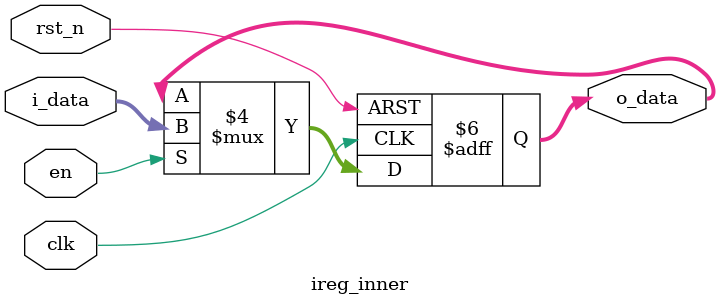
<source format=sv>
module ireg_inner #(
    parameter WIDTH=16
) (
    input logic clk,
    input logic rst_n,
    input logic en,
    input logic signed [WIDTH-1 : 0] i_data,
    output logic signed [WIDTH-1 : 0] o_data
);

    // this module is the horizontal buffer for control and data signals
    always_ff @(posedge clk or negedge rst_n) begin : ireg_inner
        if (~rst_n) begin
            o_data <= 0;
        end else begin
            if (en) begin
                o_data <= i_data;
            end else begin
                o_data <= o_data;
            end
        end
    end

endmodule
</source>
